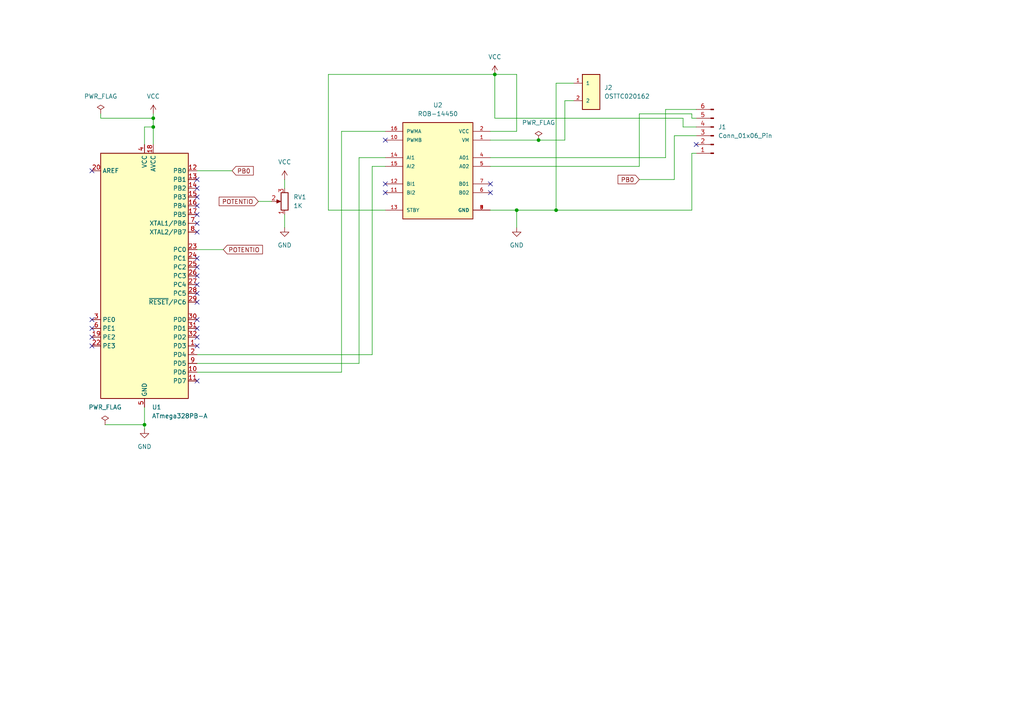
<source format=kicad_sch>
(kicad_sch (version 20250114) (generator "eeschema") (generator_version "9.0")
  (paper "A4")
  (lib_symbols
    (symbol "Connector:Conn_01x06_Pin" (pin_names (offset 1.016) (hide yes))
      (property "Reference" "J" (at 0 7.62 0))
      (property "Value" "Conn_01x06_Pin" (at 0 -10.16 0))
      (symbol "Conn_01x06_Pin_1_1"
        (rectangle (start 0.8636 5.207) (end 0 4.953) (stroke (width 0.1524)) (fill (type outline)))
        (rectangle (start 0.8636 2.667) (end 0 2.413) (stroke (width 0.1524)) (fill (type outline)))
        (rectangle (start 0.8636 0.127) (end 0 -0.127) (stroke (width 0.1524)) (fill (type outline)))
        (rectangle (start 0.8636 -2.413) (end 0 -2.667) (stroke (width 0.1524)) (fill (type outline)))
        (rectangle (start 0.8636 -4.953) (end 0 -5.207) (stroke (width 0.1524)) (fill (type outline)))
        (rectangle (start 0.8636 -7.493) (end 0 -7.747) (stroke (width 0.1524)) (fill (type outline)))
        (polyline (pts (xy 1.27 5.08) (xy 0.8636 5.08)) (stroke (width 0.1524)))
        (polyline (pts (xy 1.27 2.54) (xy 0.8636 2.54)) (stroke (width 0.1524)))
        (polyline (pts (xy 1.27 0) (xy 0.8636 0)) (stroke (width 0.1524)))
        (polyline (pts (xy 1.27 -2.54) (xy 0.8636 -2.54)) (stroke (width 0.1524)))
        (polyline (pts (xy 1.27 -5.08) (xy 0.8636 -5.08)) (stroke (width 0.1524)))
        (polyline (pts (xy 1.27 -7.62) (xy 0.8636 -7.62)) (stroke (width 0.1524)))
        (pin passive line (at 5.08 5.08 180) (length 3.81) (name "Pin_1") (number "1"))
        (pin passive line (at 5.08 2.54 180) (length 3.81) (name "Pin_2") (number "2"))
        (pin passive line (at 5.08 0 180) (length 3.81) (name "Pin_3") (number "3"))
        (pin passive line (at 5.08 -2.54 180) (length 3.81) (name "Pin_4") (number "4"))
        (pin passive line (at 5.08 -5.08 180) (length 3.81) (name "Pin_5") (number "5"))
        (pin passive line (at 5.08 -7.62 180) (length 3.81) (name "Pin_6") (number "6"))
      )
    )
    (symbol "Device:R_Potentiometer" (pin_names (offset 1.016) (hide yes))
      (property "Reference" "RV" (at -4.445 0 90))
      (property "Value" "R_Potentiometer" (at -2.54 0 90))
      (symbol "R_Potentiometer_0_1"
        (rectangle (start 1.016 2.54) (end -1.016 -2.54) (stroke (width 0.254)))
        (polyline (pts (xy 1.143 0) (xy 2.286 0.508) (xy 2.286 -0.508) (xy 1.143 0)) (fill (type outline)))
        (polyline (pts (xy 2.54 0) (xy 1.524 0)))
      )
      (symbol "R_Potentiometer_1_1"
        (pin passive line (at 0 3.81 270) (length 1.27) (name "1") (number "1"))
        (pin passive line (at 0 -3.81 90) (length 1.27) (name "3") (number "3"))
        (pin passive line (at 3.81 0 180) (length 1.27) (name "2") (number "2"))
      )
    )
    (symbol "MCU_Microchip_ATmega:ATmega328PB-A"
      (property "Reference" "U" (at -12.7 36.83 0))
      (property "Value" "ATmega328PB-A" (at 2.54 -36.83 0))
      (symbol "ATmega328PB-A_0_1"
        (rectangle (start -12.7 -35.56) (end 12.7 35.56) (stroke (width 0.254)) (fill (type background)))
      )
      (symbol "ATmega328PB-A_1_1"
        (pin passive line (at -15.24 30.48 0) (length 2.54) (name "AREF") (number "20"))
        (pin bidirectional line (at -15.24 -12.7 0) (length 2.54) (name "PE0") (number "3"))
        (pin bidirectional line (at -15.24 -15.24 0) (length 2.54) (name "PE1") (number "6"))
        (pin bidirectional line (at -15.24 -17.78 0) (length 2.54) (name "PE2") (number "19"))
        (pin bidirectional line (at -15.24 -20.32 0) (length 2.54) (name "PE3") (number "22"))
        (pin power_in line (at 0 38.1 270) (length 2.54) (name "VCC") (number "4"))
        (pin passive line (at 0 -38.1 90) (length 2.54) (hide yes) (name "GND") (number "21"))
        (pin power_in line (at 0 -38.1 90) (length 2.54) (name "GND") (number "5"))
        (pin power_in line (at 2.54 38.1 270) (length 2.54) (name "AVCC") (number "18"))
        (pin bidirectional line (at 15.24 30.48 180) (length 2.54) (name "PB0") (number "12"))
        (pin bidirectional line (at 15.24 27.94 180) (length 2.54) (name "PB1") (number "13"))
        (pin bidirectional line (at 15.24 25.4 180) (length 2.54) (name "PB2") (number "14"))
        (pin bidirectional line (at 15.24 22.86 180) (length 2.54) (name "PB3") (number "15"))
        (pin bidirectional line (at 15.24 20.32 180) (length 2.54) (name "PB4") (number "16"))
        (pin bidirectional line (at 15.24 17.78 180) (length 2.54) (name "PB5") (number "17"))
        (pin bidirectional line (at 15.24 15.24 180) (length 2.54) (name "XTAL1/PB6") (number "7"))
        (pin bidirectional line (at 15.24 12.7 180) (length 2.54) (name "XTAL2/PB7") (number "8"))
        (pin bidirectional line (at 15.24 7.62 180) (length 2.54) (name "PC0") (number "23"))
        (pin bidirectional line (at 15.24 5.08 180) (length 2.54) (name "PC1") (number "24"))
        (pin bidirectional line (at 15.24 2.54 180) (length 2.54) (name "PC2") (number "25"))
        (pin bidirectional line (at 15.24 0 180) (length 2.54) (name "PC3") (number "26"))
        (pin bidirectional line (at 15.24 -2.54 180) (length 2.54) (name "PC4") (number "27"))
        (pin bidirectional line (at 15.24 -5.08 180) (length 2.54) (name "PC5") (number "28"))
        (pin bidirectional line (at 15.24 -7.62 180) (length 2.54) (name "~{RESET}/PC6") (number "29"))
        (pin bidirectional line (at 15.24 -12.7 180) (length 2.54) (name "PD0") (number "30"))
        (pin bidirectional line (at 15.24 -15.24 180) (length 2.54) (name "PD1") (number "31"))
        (pin bidirectional line (at 15.24 -17.78 180) (length 2.54) (name "PD2") (number "32"))
        (pin bidirectional line (at 15.24 -20.32 180) (length 2.54) (name "PD3") (number "1"))
        (pin bidirectional line (at 15.24 -22.86 180) (length 2.54) (name "PD4") (number "2"))
        (pin bidirectional line (at 15.24 -25.4 180) (length 2.54) (name "PD5") (number "9"))
        (pin bidirectional line (at 15.24 -27.94 180) (length 2.54) (name "PD6") (number "10"))
        (pin bidirectional line (at 15.24 -30.48 180) (length 2.54) (name "PD7") (number "11"))
      )
    )
    (symbol "OSTTC020162:OSTTC020162" (pin_names (offset 1.016))
      (property "Reference" "J" (at -5.588 6.604 0))
      (property "Value" "OSTTC020162" (at -4.572 -8.636 0))
      (symbol "OSTTC020162_0_0"
        (rectangle (start -2.54 -5.08) (end 2.54 5.08) (stroke (width 0.254)) (fill (type background)))
        (pin passive line (at -5.08 2.54 0) (length 2.54) (name "1") (number "1"))
        (pin passive line (at -5.08 -2.54 0) (length 2.54) (name "2") (number "2"))
      )
    )
    (symbol "ROB-14450:ROB-14450" (pin_names (offset 1.016))
      (property "Reference" "U" (at -10.16 16.002 0))
      (property "Value" "ROB-14450" (at -10.16 -15.24 0))
      (symbol "ROB-14450_0_0"
        (rectangle (start -10.16 -12.7) (end 10.16 15.24) (stroke (width 0.254)) (fill (type background)))
        (pin input line (at -15.24 12.7 0) (length 5.08) (name "PWMA") (number "16"))
        (pin input line (at -15.24 10.16 0) (length 5.08) (name "PWMB") (number "10"))
        (pin input line (at -15.24 5.08 0) (length 5.08) (name "AI1") (number "14"))
        (pin input line (at -15.24 2.54 0) (length 5.08) (name "AI2") (number "15"))
        (pin input line (at -15.24 -2.54 0) (length 5.08) (name "BI1") (number "12"))
        (pin input line (at -15.24 -5.08 0) (length 5.08) (name "BI2") (number "11"))
        (pin input line (at -15.24 -10.16 0) (length 5.08) (name "STBY") (number "13"))
        (pin power_in line (at 15.24 12.7 180) (length 5.08) (name "VCC") (number "2"))
        (pin power_in line (at 15.24 10.16 180) (length 5.08) (name "VM") (number "1"))
        (pin output line (at 15.24 5.08 180) (length 5.08) (name "A01") (number "4"))
        (pin output line (at 15.24 2.54 180) (length 5.08) (name "A02") (number "5"))
        (pin output line (at 15.24 -2.54 180) (length 5.08) (name "B01") (number "7"))
        (pin output line (at 15.24 -5.08 180) (length 5.08) (name "B02") (number "6"))
        (pin power_in line (at 15.24 -10.16 180) (length 5.08) (name "GND") (number "3"))
        (pin power_in line (at 15.24 -10.16 180) (length 5.08) (name "GND") (number "8"))
        (pin power_in line (at 15.24 -10.16 180) (length 5.08) (name "GND") (number "9"))
      )
    )
    (symbol "power:GND" (power) (pin_numbers (hide yes)) (pin_names (offset 0) (hide yes))
      (property "Value" "GND" (at 0 -3.81 0))
      (symbol "GND_0_1"
        (polyline (pts (xy 0 0) (xy 0 -1.27) (xy 1.27 -1.27) (xy 0 -2.54) (xy -1.27 -1.27) (xy 0 -1.27)))
      )
      (symbol "GND_1_1"
        (pin power_in line (at 0 0 270) (length 0) (name "~") (number "1"))
      )
    )
    (symbol "power:PWR_FLAG" (power) (pin_numbers (hide yes)) (pin_names (offset 0) (hide yes))
      (property "Value" "PWR_FLAG" (at 0 3.81 0))
      (symbol "PWR_FLAG_0_0"
        (pin power_out line (at 0 0 90) (length 0) (name "~") (number "1"))
      )
      (symbol "PWR_FLAG_0_1"
        (polyline (pts (xy 0 0) (xy 0 1.27) (xy -1.016 1.905) (xy 0 2.54) (xy 1.016 1.905) (xy 0 1.27)))
      )
    )
    (symbol "power:VCC" (power) (pin_numbers (hide yes)) (pin_names (offset 0) (hide yes))
      (property "Value" "VCC" (at 0 3.556 0))
      (symbol "VCC_0_1"
        (polyline (pts (xy -0.762 1.27) (xy 0 2.54)))
        (polyline (pts (xy 0 2.54) (xy 0.762 1.27)))
        (polyline (pts (xy 0 0) (xy 0 2.54)))
      )
      (symbol "VCC_1_1"
        (pin power_in line (at 0 0 90) (length 0) (name "~") (number "1"))
      )
    )
  )
  (junction (at 143.51 21.59))
  (junction (at 161.29 60.96))
  (junction (at 44.45 34.29))
  (junction (at 149.86 60.96))
  (junction (at 41.91 123.19))
  (junction (at 44.45 36.83))
  (junction (at 156.21 40.64))
  (no_connect (at 142.24 53.34))
  (no_connect (at 57.15 77.47))
  (no_connect (at 57.15 74.93))
  (no_connect (at 57.15 92.71))
  (no_connect (at 142.24 55.88))
  (no_connect (at 201.93 41.91))
  (no_connect (at 26.67 97.79))
  (no_connect (at 57.15 100.33))
  (no_connect (at 57.15 82.55))
  (no_connect (at 57.15 52.07))
  (no_connect (at 26.67 95.25))
  (no_connect (at 57.15 64.77))
  (no_connect (at 26.67 49.53))
  (no_connect (at 57.15 67.31))
  (no_connect (at 57.15 62.23))
  (no_connect (at 111.76 55.88))
  (no_connect (at 57.15 97.79))
  (no_connect (at 111.76 40.64))
  (no_connect (at 57.15 95.25))
  (no_connect (at 57.15 54.61))
  (no_connect (at 57.15 59.69))
  (no_connect (at 57.15 57.15))
  (no_connect (at 111.76 53.34))
  (no_connect (at 57.15 85.09))
  (no_connect (at 26.67 92.71))
  (no_connect (at 57.15 110.49))
  (no_connect (at 57.15 87.63))
  (no_connect (at 26.67 100.33))
  (no_connect (at 57.15 80.01))
  (wire (pts (xy 111.76 60.96) (xy 95.25 60.96)))
  (wire (pts (xy 99.06 107.95) (xy 99.06 38.1)))
  (wire (pts (xy 200.66 60.96) (xy 200.66 44.45)))
  (wire (pts (xy 185.42 33.02) (xy 200.66 33.02)))
  (wire (pts (xy 57.15 49.53) (xy 67.31 49.53)))
  (wire (pts (xy 142.24 45.72) (xy 193.04 45.72)))
  (wire (pts (xy 107.95 102.87) (xy 107.95 48.26)))
  (wire (pts (xy 99.06 38.1) (xy 111.76 38.1)))
  (wire (pts (xy 41.91 123.19) (xy 41.91 124.46)))
  (wire (pts (xy 57.15 107.95) (xy 99.06 107.95)))
  (wire (pts (xy 57.15 105.41) (xy 104.14 105.41)))
  (wire (pts (xy 149.86 38.1) (xy 149.86 21.59)))
  (wire (pts (xy 195.58 39.37) (xy 195.58 52.07)))
  (wire (pts (xy 29.21 34.29) (xy 44.45 34.29)))
  (wire (pts (xy 200.66 44.45) (xy 201.93 44.45)))
  (wire (pts (xy 142.24 48.26) (xy 185.42 48.26)))
  (wire (pts (xy 161.29 60.96) (xy 200.66 60.96)))
  (wire (pts (xy 185.42 48.26) (xy 185.42 33.02)))
  (wire (pts (xy 82.55 52.07) (xy 82.55 54.61)))
  (wire (pts (xy 142.24 40.64) (xy 156.21 40.64)))
  (wire (pts (xy 149.86 60.96) (xy 149.86 66.04)))
  (wire (pts (xy 166.37 24.13) (xy 161.29 24.13)))
  (wire (pts (xy 193.04 45.72) (xy 193.04 31.75)))
  (wire (pts (xy 41.91 36.83) (xy 44.45 36.83)))
  (wire (pts (xy 143.51 21.59) (xy 149.86 21.59)))
  (wire (pts (xy 44.45 34.29) (xy 44.45 36.83)))
  (wire (pts (xy 44.45 33.02) (xy 44.45 34.29)))
  (wire (pts (xy 163.83 40.64) (xy 163.83 29.21)))
  (wire (pts (xy 107.95 48.26) (xy 111.76 48.26)))
  (wire (pts (xy 143.51 34.29) (xy 198.12 34.29)))
  (wire (pts (xy 104.14 105.41) (xy 104.14 45.72)))
  (wire (pts (xy 104.14 45.72) (xy 111.76 45.72)))
  (wire (pts (xy 41.91 118.11) (xy 41.91 123.19)))
  (wire (pts (xy 44.45 36.83) (xy 44.45 41.91)))
  (wire (pts (xy 74.93 58.42) (xy 78.74 58.42)))
  (wire (pts (xy 193.04 31.75) (xy 201.93 31.75)))
  (wire (pts (xy 82.55 62.23) (xy 82.55 66.04)))
  (wire (pts (xy 198.12 34.29) (xy 198.12 36.83)))
  (wire (pts (xy 57.15 102.87) (xy 107.95 102.87)))
  (wire (pts (xy 30.48 123.19) (xy 41.91 123.19)))
  (wire (pts (xy 156.21 40.64) (xy 163.83 40.64)))
  (wire (pts (xy 143.51 21.59) (xy 143.51 34.29)))
  (wire (pts (xy 201.93 39.37) (xy 195.58 39.37)))
  (wire (pts (xy 163.83 29.21) (xy 166.37 29.21)))
  (wire (pts (xy 142.24 60.96) (xy 149.86 60.96)))
  (wire (pts (xy 95.25 60.96) (xy 95.25 21.59)))
  (wire (pts (xy 200.66 34.29) (xy 201.93 34.29)))
  (wire (pts (xy 95.25 21.59) (xy 143.51 21.59)))
  (wire (pts (xy 200.66 33.02) (xy 200.66 34.29)))
  (wire (pts (xy 149.86 60.96) (xy 161.29 60.96)))
  (wire (pts (xy 29.21 33.02) (xy 29.21 34.29)))
  (wire (pts (xy 185.42 52.07) (xy 195.58 52.07)))
  (wire (pts (xy 198.12 36.83) (xy 201.93 36.83)))
  (wire (pts (xy 41.91 41.91) (xy 41.91 36.83)))
  (wire (pts (xy 57.15 72.39) (xy 64.77 72.39)))
  (wire (pts (xy 161.29 24.13) (xy 161.29 60.96)))
  (wire (pts (xy 142.24 38.1) (xy 149.86 38.1)))
  (global_label "PB0" (shape input) (at 185.42 52.07 180) (property "Intersheetrefs" "${INTERSHEET_REFS}" (effects (hide yes))))
  (global_label "POTENTIO" (shape input) (at 74.93 58.42 180) (property "Intersheetrefs" "${INTERSHEET_REFS}" (effects (hide yes))))
  (global_label "POTENTIO" (shape input) (at 64.77 72.39 0) (property "Intersheetrefs" "${INTERSHEET_REFS}" (effects (hide yes))))
  (global_label "PB0" (shape input) (at 67.31 49.53 0) (property "Intersheetrefs" "${INTERSHEET_REFS}" (effects (hide yes))))
  (symbol (lib_id "power:VCC") (at 82.55 52.07 0) (unit 1)
    (property "Reference" "#PWR02" (effects (hide yes)))
    (property "Value" "VCC" (at 82.55 46.99 0))
    (property "Description" "Power symbol creates a global label with name \"VCC\"" (effects (hide yes)))
  )
  (symbol (lib_id "power:PWR_FLAG") (at 29.21 33.02 0) (unit 1)
    (property "Reference" "#FLG01" (effects (hide yes)))
    (property "Value" "PWR_FLAG" (at 29.21 27.94 0))
    (property "Description" "Special symbol for telling ERC where power comes from" (effects (hide yes)))
  )
  (symbol (lib_id "OSTTC020162:OSTTC020162") (at 171.45 26.67 0) (unit 1)
    (property "Reference" "J2" (at 175.26 25.3999 0) (effects (justify left)))
    (property "Value" "OSTTC020162" (at 175.26 27.9399 0) (effects (justify left)))
    (property "Footprint" "OSTTC020162:OST_OSTTC020162" (effects (hide yes)))
    (property "MF" "On Shore" (effects (hide yes)))
    (property "Description_1" "2 Position Wire to Board Terminal Block Horizontal with Board 0.197 (5.00mm) Through Hole" (effects (hide yes)))
    (property "Package" "None" (effects (hide yes)))
    (property "Price" "None" (effects (hide yes)))
    (property "Check_prices" "https://www.snapeda.com/parts/OSTTC020162/ON/view-part/?ref=eda" (effects (hide yes)))
    (property "STANDARD" "Manufacturer Recommendations" (effects (hide yes)))
    (property "SnapEDA_Link" "https://www.snapeda.com/parts/OSTTC020162/ON/view-part/?ref=snap" (effects (hide yes)))
    (property "MP" "OSTTC020162" (effects (hide yes)))
    (property "Availability" "In Stock" (effects (hide yes)))
    (property "MANUFACTURER" "OST" (effects (hide yes)))
  )
  (symbol (lib_id "power:VCC") (at 44.45 33.02 0) (unit 1)
    (property "Reference" "#PWR01" (effects (hide yes)))
    (property "Value" "VCC" (at 44.45 27.94 0))
    (property "Description" "Power symbol creates a global label with name \"VCC\"" (effects (hide yes)))
  )
  (symbol (lib_id "power:GND") (at 41.91 124.46 0) (unit 1)
    (property "Reference" "#PWR04" (effects (hide yes)))
    (property "Value" "GND" (at 41.91 129.54 0))
    (property "Description" "Power symbol creates a global label with name \"GND\" , ground" (effects (hide yes)))
  )
  (symbol (lib_id "power:PWR_FLAG") (at 30.48 123.19 0) (unit 1)
    (property "Reference" "#FLG02" (effects (hide yes)))
    (property "Value" "PWR_FLAG" (at 30.48 118.11 0))
    (property "Description" "Special symbol for telling ERC where power comes from" (effects (hide yes)))
  )
  (symbol (lib_id "power:GND") (at 149.86 66.04 0) (unit 1)
    (property "Reference" "#PWR06" (effects (hide yes)))
    (property "Value" "GND" (at 149.86 71.12 0))
    (property "Description" "Power symbol creates a global label with name \"GND\" , ground" (effects (hide yes)))
  )
  (symbol (lib_id "ROB-14450:ROB-14450") (at 127 50.8 0) (unit 1)
    (property "Reference" "U2" (at 127 30.48 0))
    (property "Value" "ROB-14450" (at 127 33.02 0))
    (property "Footprint" "ROB-14450:MODULE_ROB-14450" (effects (hide yes)))
    (property "MF" "SparkFun Electronics" (effects (hide yes)))
    (property "Description_1" "TB6612FNG - Motor Controller/Driver Power Management Evaluation Board" (effects (hide yes)))
    (property "Package" "None" (effects (hide yes)))
    (property "Price" "None" (effects (hide yes)))
    (property "Check_prices" "https://www.snapeda.com/parts/ROB-14450/SparkFun/view-part/?ref=eda" (effects (hide yes)))
    (property "STANDARD" "Manufacturer Recommendation" (effects (hide yes)))
    (property "PARTREV" "11-13-17" (effects (hide yes)))
    (property "SnapEDA_Link" "https://www.snapeda.com/parts/ROB-14450/SparkFun/view-part/?ref=snap" (effects (hide yes)))
    (property "MP" "ROB-14450" (effects (hide yes)))
    (property "Availability" "In Stock" (effects (hide yes)))
    (property "MANUFACTURER" "Sparkfun Electronics" (effects (hide yes)))
  )
  (symbol (lib_id "Device:R_Potentiometer") (at 82.55 58.42 180) (unit 1)
    (property "Reference" "RV1" (at 85.09 57.1499 0) (effects (justify right)))
    (property "Value" "1K" (at 85.09 59.6899 0) (effects (justify right)))
    (property "Description" "Potentiometer" (effects (hide yes)))
  )
  (symbol (lib_id "power:VCC") (at 143.51 21.59 0) (unit 1)
    (property "Reference" "#PWR05" (effects (hide yes)))
    (property "Value" "VCC" (at 143.51 16.51 0))
    (property "Description" "Power symbol creates a global label with name \"VCC\"" (effects (hide yes)))
  )
  (symbol (lib_id "power:PWR_FLAG") (at 156.21 40.64 0) (unit 1)
    (property "Reference" "#FLG03" (effects (hide yes)))
    (property "Value" "PWR_FLAG" (at 156.21 35.56 0))
    (property "Description" "Special symbol for telling ERC where power comes from" (effects (hide yes)))
  )
  (symbol (lib_id "Connector:Conn_01x06_Pin") (at 207.01 39.37 180) (unit 1)
    (property "Reference" "J1" (at 208.28 36.8299 0) (effects (justify right)))
    (property "Value" "Conn_01x06_Pin" (at 208.28 39.3699 0) (effects (justify right)))
    (property "Description" "Generic connector, single row, 01x06, script generated" (effects (hide yes)))
  )
  (symbol (lib_id "power:GND") (at 82.55 66.04 0) (unit 1)
    (property "Reference" "#PWR03" (effects (hide yes)))
    (property "Value" "GND" (at 82.55 71.12 0))
    (property "Description" "Power symbol creates a global label with name \"GND\" , ground" (effects (hide yes)))
  )
  (symbol (lib_id "MCU_Microchip_ATmega:ATmega328PB-A") (at 41.91 80.01 0) (unit 1)
    (property "Reference" "U1" (at 44.0533 118.11 0) (effects (justify left)))
    (property "Value" "ATmega328PB-A" (at 44.0533 120.65 0) (effects (justify left)))
    (property "Footprint" "Package_QFP:TQFP-32_7x7mm_P0.8mm" (effects (hide yes)))
    (property "Datasheet" "http://ww1.microchip.com/downloads/en/DeviceDoc/40001906C.pdf" (effects (hide yes)))
    (property "Description" "20MHz, 32kB Flash, 2kB SRAM, 1kB EEPROM, TQFP-32" (effects (hide yes)))
  )
)
</source>
